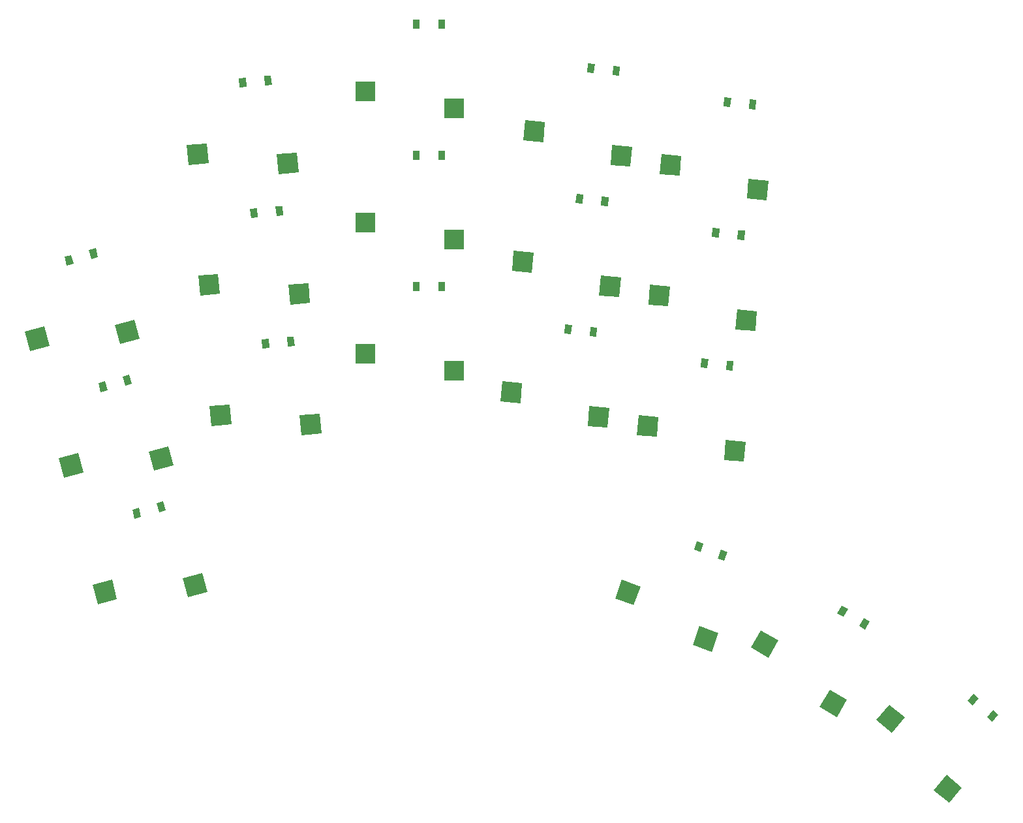
<source format=gbr>
%TF.GenerationSoftware,KiCad,Pcbnew,(5.1.10)-1*%
%TF.CreationDate,2021-09-28T22:32:17-05:00*%
%TF.ProjectId,a_duck,615f6475-636b-42e6-9b69-6361645f7063,VERSION_HERE*%
%TF.SameCoordinates,Original*%
%TF.FileFunction,Paste,Bot*%
%TF.FilePolarity,Positive*%
%FSLAX46Y46*%
G04 Gerber Fmt 4.6, Leading zero omitted, Abs format (unit mm)*
G04 Created by KiCad (PCBNEW (5.1.10)-1) date 2021-09-28 22:32:17*
%MOMM*%
%LPD*%
G01*
G04 APERTURE LIST*
%ADD10C,0.100000*%
%ADD11R,2.600000X2.600000*%
%ADD12R,0.900000X1.200000*%
G04 APERTURE END LIST*
D10*
%TO.C,S16*%
G36*
X233301286Y-187266059D02*
G01*
X232412033Y-189709260D01*
X229968832Y-188820007D01*
X230858085Y-186376806D01*
X233301286Y-187266059D01*
G37*
G36*
X223200281Y-181248403D02*
G01*
X222311028Y-183691604D01*
X219867827Y-182802351D01*
X220757080Y-180359150D01*
X223200281Y-181248403D01*
G37*
%TD*%
%TO.C,S1*%
G36*
X166316445Y-179480469D02*
G01*
X166989374Y-181991876D01*
X164477967Y-182664805D01*
X163805038Y-180153398D01*
X166316445Y-179480469D01*
G37*
G36*
X154590600Y-180344792D02*
G01*
X155263529Y-182856199D01*
X152752122Y-183529128D01*
X152079193Y-181017721D01*
X154590600Y-180344792D01*
G37*
%TD*%
D11*
%TO.C,S7*%
X198993113Y-153250361D03*
X187443113Y-151050361D03*
%TD*%
%TO.C,S8*%
X198993113Y-136250361D03*
X187443113Y-134050361D03*
%TD*%
D10*
%TO.C,S6*%
G36*
X178598413Y-124941905D02*
G01*
X178825018Y-127532012D01*
X176234911Y-127758617D01*
X176008306Y-125168510D01*
X178598413Y-124941905D01*
G37*
G36*
X166900622Y-123756926D02*
G01*
X167127227Y-126347033D01*
X164537120Y-126573638D01*
X164310515Y-123983531D01*
X166900622Y-123756926D01*
G37*
%TD*%
D11*
%TO.C,S9*%
X198993113Y-119250361D03*
X187443113Y-117050361D03*
%TD*%
D10*
%TO.C,D1*%
G36*
X158085328Y-171074409D02*
G01*
X158395911Y-172233520D01*
X157526578Y-172466457D01*
X157215995Y-171307346D01*
X158085328Y-171074409D01*
G37*
G36*
X161272884Y-170220307D02*
G01*
X161583467Y-171379418D01*
X160714134Y-171612355D01*
X160403551Y-170453244D01*
X161272884Y-170220307D01*
G37*
%TD*%
%TO.C,S2*%
G36*
X161916522Y-163059730D02*
G01*
X162589451Y-165571137D01*
X160078044Y-166244066D01*
X159405115Y-163732659D01*
X161916522Y-163059730D01*
G37*
G36*
X150190677Y-163924053D02*
G01*
X150863606Y-166435460D01*
X148352199Y-167108389D01*
X147679270Y-164596982D01*
X150190677Y-163924053D01*
G37*
%TD*%
%TO.C,D2*%
G36*
X153685404Y-154653670D02*
G01*
X153995987Y-155812781D01*
X153126654Y-156045718D01*
X152816071Y-154886607D01*
X153685404Y-154653670D01*
G37*
G36*
X156872960Y-153799568D02*
G01*
X157183543Y-154958679D01*
X156314210Y-155191616D01*
X156003627Y-154032505D01*
X156872960Y-153799568D01*
G37*
%TD*%
%TO.C,S3*%
G36*
X157516598Y-146638991D02*
G01*
X158189527Y-149150398D01*
X155678120Y-149823327D01*
X155005191Y-147311920D01*
X157516598Y-146638991D01*
G37*
G36*
X145790753Y-147503314D02*
G01*
X146463682Y-150014721D01*
X143952275Y-150687650D01*
X143279346Y-148176243D01*
X145790753Y-147503314D01*
G37*
%TD*%
%TO.C,D3*%
G36*
X149285481Y-138232931D02*
G01*
X149596064Y-139392042D01*
X148726731Y-139624979D01*
X148416148Y-138465868D01*
X149285481Y-138232931D01*
G37*
G36*
X152473037Y-137378829D02*
G01*
X152783620Y-138537940D01*
X151914287Y-138770877D01*
X151603704Y-137611766D01*
X152473037Y-137378829D01*
G37*
%TD*%
%TO.C,S4*%
G36*
X181561708Y-158812525D02*
G01*
X181788313Y-161402632D01*
X179198206Y-161629237D01*
X178971601Y-159039130D01*
X181561708Y-158812525D01*
G37*
G36*
X169863917Y-157627546D02*
G01*
X170090522Y-160217653D01*
X167500415Y-160444258D01*
X167273810Y-157854151D01*
X169863917Y-157627546D01*
G37*
%TD*%
%TO.C,D4*%
G36*
X174915338Y-149104855D02*
G01*
X175019925Y-150300289D01*
X174123350Y-150378729D01*
X174018763Y-149183295D01*
X174915338Y-149104855D01*
G37*
G36*
X178202780Y-148817241D02*
G01*
X178307367Y-150012675D01*
X177410792Y-150091115D01*
X177306205Y-148895681D01*
X178202780Y-148817241D01*
G37*
%TD*%
%TO.C,S5*%
G36*
X180080061Y-141877215D02*
G01*
X180306666Y-144467322D01*
X177716559Y-144693927D01*
X177489954Y-142103820D01*
X180080061Y-141877215D01*
G37*
G36*
X168382270Y-140692236D02*
G01*
X168608875Y-143282343D01*
X166018768Y-143508948D01*
X165792163Y-140918841D01*
X168382270Y-140692236D01*
G37*
%TD*%
%TO.C,D5*%
G36*
X173433690Y-132169545D02*
G01*
X173538277Y-133364979D01*
X172641702Y-133443419D01*
X172537115Y-132247985D01*
X173433690Y-132169545D01*
G37*
G36*
X176721132Y-131881931D02*
G01*
X176825719Y-133077365D01*
X175929144Y-133155805D01*
X175824557Y-131960371D01*
X176721132Y-131881931D01*
G37*
%TD*%
%TO.C,D6*%
G36*
X171952043Y-115234235D02*
G01*
X172056630Y-116429669D01*
X171160055Y-116508109D01*
X171055468Y-115312675D01*
X171952043Y-115234235D01*
G37*
G36*
X175239485Y-114946621D02*
G01*
X175344072Y-116142055D01*
X174447497Y-116220495D01*
X174342910Y-115025061D01*
X175239485Y-114946621D01*
G37*
%TD*%
D12*
%TO.C,D7*%
X194068113Y-142300361D03*
X197368113Y-142300361D03*
%TD*%
%TO.C,D8*%
X194068113Y-125300361D03*
X197368113Y-125300361D03*
%TD*%
%TO.C,D9*%
X194068113Y-108300362D03*
X197368113Y-108300362D03*
%TD*%
D10*
%TO.C,S10*%
G36*
X219152078Y-158062761D02*
G01*
X218925473Y-160652868D01*
X216335366Y-160426263D01*
X216561971Y-157836156D01*
X219152078Y-158062761D01*
G37*
G36*
X207837772Y-154864483D02*
G01*
X207611167Y-157454590D01*
X205021060Y-157227985D01*
X205247665Y-154637878D01*
X207837772Y-154864483D01*
G37*
%TD*%
%TO.C,D10*%
G36*
X214292399Y-147348441D02*
G01*
X214187812Y-148543875D01*
X213291237Y-148465435D01*
X213395824Y-147270001D01*
X214292399Y-147348441D01*
G37*
G36*
X217579841Y-147636055D02*
G01*
X217475254Y-148831489D01*
X216578679Y-148753049D01*
X216683266Y-147557615D01*
X217579841Y-147636055D01*
G37*
%TD*%
%TO.C,S11*%
G36*
X220633725Y-141127451D02*
G01*
X220407120Y-143717558D01*
X217817013Y-143490953D01*
X218043618Y-140900846D01*
X220633725Y-141127451D01*
G37*
G36*
X209319419Y-137929173D02*
G01*
X209092814Y-140519280D01*
X206502707Y-140292675D01*
X206729312Y-137702568D01*
X209319419Y-137929173D01*
G37*
%TD*%
%TO.C,D11*%
G36*
X215774047Y-130413131D02*
G01*
X215669460Y-131608565D01*
X214772885Y-131530125D01*
X214877472Y-130334691D01*
X215774047Y-130413131D01*
G37*
G36*
X219061489Y-130700745D02*
G01*
X218956902Y-131896179D01*
X218060327Y-131817739D01*
X218164914Y-130622305D01*
X219061489Y-130700745D01*
G37*
%TD*%
%TO.C,S12*%
G36*
X222115373Y-124192142D02*
G01*
X221888768Y-126782249D01*
X219298661Y-126555644D01*
X219525266Y-123965537D01*
X222115373Y-124192142D01*
G37*
G36*
X210801067Y-120993864D02*
G01*
X210574462Y-123583971D01*
X207984355Y-123357366D01*
X208210960Y-120767259D01*
X210801067Y-120993864D01*
G37*
%TD*%
%TO.C,D12*%
G36*
X217255695Y-113477821D02*
G01*
X217151108Y-114673255D01*
X216254533Y-114594815D01*
X216359120Y-113399381D01*
X217255695Y-113477821D01*
G37*
G36*
X220543137Y-113765435D02*
G01*
X220438550Y-114960869D01*
X219541975Y-114882429D01*
X219646562Y-113686995D01*
X220543137Y-113765435D01*
G37*
%TD*%
%TO.C,S13*%
G36*
X236836641Y-162454116D02*
G01*
X236610036Y-165044223D01*
X234019929Y-164817618D01*
X234246534Y-162227511D01*
X236836641Y-162454116D01*
G37*
G36*
X225522335Y-159255838D02*
G01*
X225295730Y-161845945D01*
X222705623Y-161619340D01*
X222932228Y-159029233D01*
X225522335Y-159255838D01*
G37*
%TD*%
%TO.C,D13*%
G36*
X231976963Y-151739796D02*
G01*
X231872376Y-152935230D01*
X230975801Y-152856790D01*
X231080388Y-151661356D01*
X231976963Y-151739796D01*
G37*
G36*
X235264405Y-152027410D02*
G01*
X235159818Y-153222844D01*
X234263243Y-153144404D01*
X234367830Y-151948970D01*
X235264405Y-152027410D01*
G37*
%TD*%
%TO.C,S14*%
G36*
X238318289Y-145518806D02*
G01*
X238091684Y-148108913D01*
X235501577Y-147882308D01*
X235728182Y-145292201D01*
X238318289Y-145518806D01*
G37*
G36*
X227003983Y-142320528D02*
G01*
X226777378Y-144910635D01*
X224187271Y-144684030D01*
X224413876Y-142093923D01*
X227003983Y-142320528D01*
G37*
%TD*%
%TO.C,D14*%
G36*
X233458610Y-134804486D02*
G01*
X233354023Y-135999920D01*
X232457448Y-135921480D01*
X232562035Y-134726046D01*
X233458610Y-134804486D01*
G37*
G36*
X236746052Y-135092100D02*
G01*
X236641465Y-136287534D01*
X235744890Y-136209094D01*
X235849477Y-135013660D01*
X236746052Y-135092100D01*
G37*
%TD*%
%TO.C,S15*%
G36*
X239799936Y-128583497D02*
G01*
X239573331Y-131173604D01*
X236983224Y-130946999D01*
X237209829Y-128356892D01*
X239799936Y-128583497D01*
G37*
G36*
X228485630Y-125385219D02*
G01*
X228259025Y-127975326D01*
X225668918Y-127748721D01*
X225895523Y-125158614D01*
X228485630Y-125385219D01*
G37*
%TD*%
%TO.C,D15*%
G36*
X234940258Y-117869176D02*
G01*
X234835671Y-119064610D01*
X233939096Y-118986170D01*
X234043683Y-117790736D01*
X234940258Y-117869176D01*
G37*
G36*
X238227700Y-118156790D02*
G01*
X238123113Y-119352224D01*
X237226538Y-119273784D01*
X237331125Y-118078350D01*
X238227700Y-118156790D01*
G37*
%TD*%
%TO.C,D16*%
G36*
X231380268Y-175659043D02*
G01*
X230969844Y-176786675D01*
X230124120Y-176478857D01*
X230534544Y-175351225D01*
X231380268Y-175659043D01*
G37*
G36*
X234481254Y-176787709D02*
G01*
X234070830Y-177915341D01*
X233225106Y-177607523D01*
X233635530Y-176479891D01*
X234481254Y-176787709D01*
G37*
%TD*%
%TO.C,S17*%
G36*
X249981923Y-195924284D02*
G01*
X248681923Y-198175950D01*
X246430257Y-196875950D01*
X247730257Y-194624284D01*
X249981923Y-195924284D01*
G37*
G36*
X241079330Y-188244028D02*
G01*
X239779330Y-190495694D01*
X237527664Y-189195694D01*
X238827664Y-186944028D01*
X241079330Y-188244028D01*
G37*
%TD*%
%TO.C,D17*%
G36*
X250105626Y-184160024D02*
G01*
X249505626Y-185199254D01*
X248726204Y-184749254D01*
X249326204Y-183710024D01*
X250105626Y-184160024D01*
G37*
G36*
X252963510Y-185810024D02*
G01*
X252363510Y-186849254D01*
X251584088Y-186399254D01*
X252184088Y-185360024D01*
X252963510Y-185810024D01*
G37*
%TD*%
%TO.C,S18*%
G36*
X264905659Y-207347534D02*
G01*
X263234411Y-209339250D01*
X261242695Y-207668002D01*
X262913943Y-205676286D01*
X264905659Y-207347534D01*
G37*
G36*
X257471979Y-198238039D02*
G01*
X255800731Y-200229755D01*
X253809015Y-198558507D01*
X255480263Y-196566791D01*
X257471979Y-198238039D01*
G37*
%TD*%
%TO.C,D18*%
G36*
X267070326Y-195783479D02*
G01*
X266298980Y-196702732D01*
X265609540Y-196124223D01*
X266380886Y-195204970D01*
X267070326Y-195783479D01*
G37*
G36*
X269598272Y-197904679D02*
G01*
X268826926Y-198823932D01*
X268137486Y-198245423D01*
X268908832Y-197326170D01*
X269598272Y-197904679D01*
G37*
%TD*%
M02*

</source>
